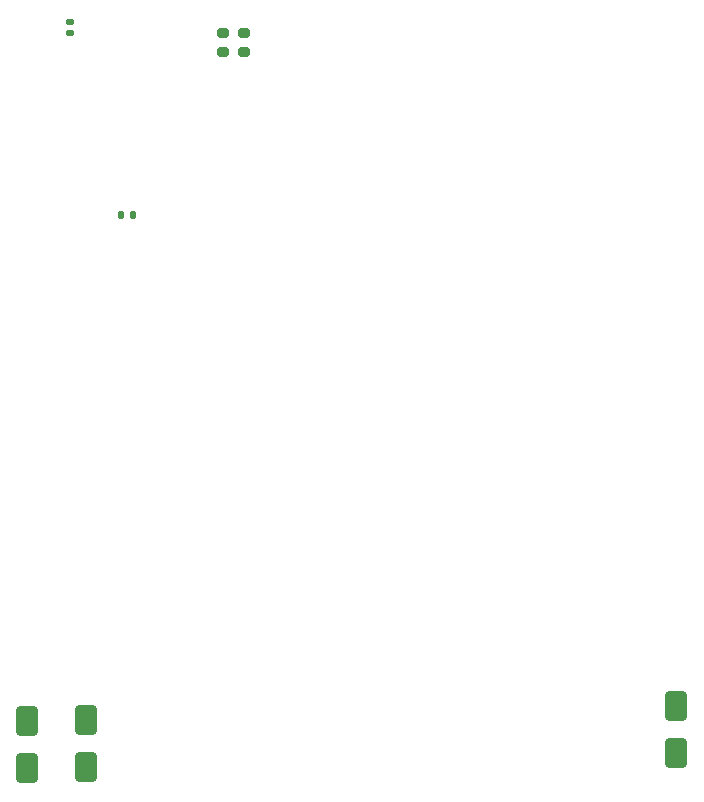
<source format=gbr>
%TF.GenerationSoftware,KiCad,Pcbnew,8.0.5*%
%TF.CreationDate,2024-11-23T22:59:17+07:00*%
%TF.ProjectId,Audio Processor V4,41756469-6f20-4507-926f-636573736f72,rev?*%
%TF.SameCoordinates,Original*%
%TF.FileFunction,Paste,Bot*%
%TF.FilePolarity,Positive*%
%FSLAX46Y46*%
G04 Gerber Fmt 4.6, Leading zero omitted, Abs format (unit mm)*
G04 Created by KiCad (PCBNEW 8.0.5) date 2024-11-23 22:59:17*
%MOMM*%
%LPD*%
G01*
G04 APERTURE LIST*
G04 Aperture macros list*
%AMRoundRect*
0 Rectangle with rounded corners*
0 $1 Rounding radius*
0 $2 $3 $4 $5 $6 $7 $8 $9 X,Y pos of 4 corners*
0 Add a 4 corners polygon primitive as box body*
4,1,4,$2,$3,$4,$5,$6,$7,$8,$9,$2,$3,0*
0 Add four circle primitives for the rounded corners*
1,1,$1+$1,$2,$3*
1,1,$1+$1,$4,$5*
1,1,$1+$1,$6,$7*
1,1,$1+$1,$8,$9*
0 Add four rect primitives between the rounded corners*
20,1,$1+$1,$2,$3,$4,$5,0*
20,1,$1+$1,$4,$5,$6,$7,0*
20,1,$1+$1,$6,$7,$8,$9,0*
20,1,$1+$1,$8,$9,$2,$3,0*%
G04 Aperture macros list end*
%ADD10RoundRect,0.200000X-0.275000X0.200000X-0.275000X-0.200000X0.275000X-0.200000X0.275000X0.200000X0*%
%ADD11RoundRect,0.250000X-0.650000X1.000000X-0.650000X-1.000000X0.650000X-1.000000X0.650000X1.000000X0*%
%ADD12RoundRect,0.135000X-0.135000X-0.185000X0.135000X-0.185000X0.135000X0.185000X-0.135000X0.185000X0*%
%ADD13RoundRect,0.140000X-0.170000X0.140000X-0.170000X-0.140000X0.170000X-0.140000X0.170000X0.140000X0*%
G04 APERTURE END LIST*
D10*
%TO.C,R5*%
X107754581Y-112120000D03*
X107754581Y-113770000D03*
%TD*%
D11*
%TO.C,D13*%
X146129581Y-169095000D03*
X146129581Y-173095000D03*
%TD*%
D12*
%TO.C,R14*%
X99094581Y-127520000D03*
X100114581Y-127520000D03*
%TD*%
D11*
%TO.C,D14*%
X96179581Y-170270000D03*
X96179581Y-174270000D03*
%TD*%
%TO.C,D11*%
X91179581Y-170370000D03*
X91179581Y-174370000D03*
%TD*%
D13*
%TO.C,C5*%
X94804581Y-111190000D03*
X94804581Y-112150000D03*
%TD*%
D10*
%TO.C,R6*%
X109529581Y-112120000D03*
X109529581Y-113770000D03*
%TD*%
M02*

</source>
